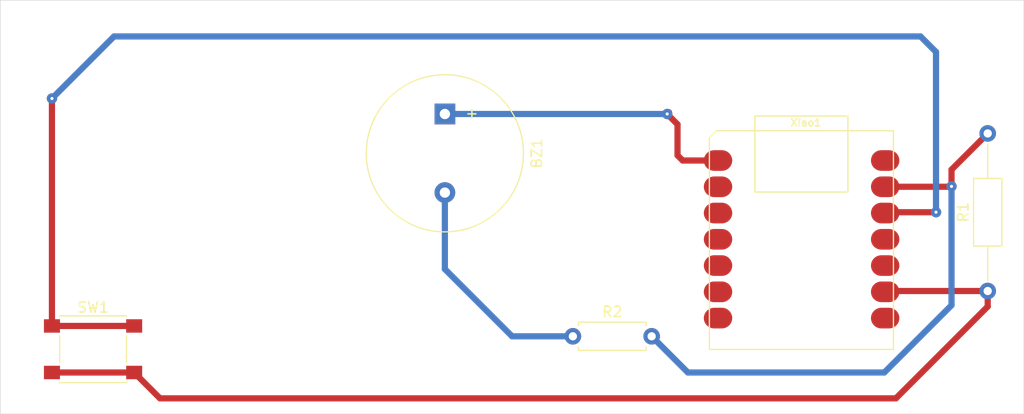
<source format=kicad_pcb>
(kicad_pcb (version 20240108) (generator "pcbnew") (generator_version "8.0")
  (layers (0 "F.Cu" signal) (31 "B.Cu" signal) (34 "B.Paste" user) (35 "F.Paste" user) (36 "B.SilkS" user "B.Silkscreen") (37 "F.SilkS" user "F.Silkscreen") (38 "B.Mask" user) (39 "F.Mask" user) (44 "Edge.Cuts" user))
  (net 0 "")
  (footprint "xiao ESP32S3_PCB:MOUDLE14P-SMD-2.54-21X17.8MM" (layer "F.Cu") (at 167.5825 121.61925)
    (property "Reference" "Xiao1" (at 9.3345 -21.7805 0) (layer "F.SilkS") (effects (font (size 0.7 0.7))))
    (property "Value" "~")
    (fp_line (start 0 -20.3285) (end 0 0.15) (stroke (width 0.127)) (layer "F.SilkS"))
    (fp_line (start 0 0.15) (end 17.8 0.15) (stroke (width 0.127)) (layer "F.SilkS"))
    (fp_line (start 0.671541 -21) (end 0 -20.3285) (stroke (width 0.127)) (layer "F.SilkS"))
    (fp_line (start 4.396 -15.072) (end 4.396 -22.425) (stroke (width 0.127)) (layer "F.SilkS"))
    (fp_line (start 4.4 -22.424) (end 13.395 -22.424) (stroke (width 0.127)) (layer "F.SilkS"))
    (fp_line (start 13.395 -22.424) (end 13.395 -15.072) (stroke (width 0.127)) (layer "F.SilkS"))
    (fp_line (start 13.395 -15.072) (end 4.396 -15.072) (stroke (width 0.127)) (layer "F.SilkS"))
    (fp_line (start 17.8 -21) (end 0.671541 -21) (stroke (width 0.127)) (layer "F.SilkS"))
    (fp_line (start 17.8 0.15) (end 17.8 -21) (stroke (width 0.127)) (layer "F.SilkS"))
    (pad "1" smd roundrect (at 0.835 -18.12) (size 2.75 2) (layers "F.Cu" "F.Paste" "F.Mask") (roundrect_rratio 0.5))
    (pad "2" smd roundrect (at 0.835 -15.58) (size 2.75 2) (layers "F.Cu" "F.Paste" "F.Mask") (roundrect_rratio 0.5))
    (pad "3" smd roundrect (at 0.835 -13.04) (size 2.75 2) (layers "F.Cu" "F.Paste" "F.Mask") (roundrect_rratio 0.5))
    (pad "4" smd roundrect (at 0.835 -10.5) (size 2.75 2) (layers "F.Cu" "F.Paste" "F.Mask") (roundrect_rratio 0.5))
    (pad "5" smd roundrect (at 0.835 -7.96) (size 2.75 2) (layers "F.Cu" "F.Paste" "F.Mask") (roundrect_rratio 0.5))
    (pad "6" smd roundrect (at 0.835 -5.42) (size 2.75 2) (layers "F.Cu" "F.Paste" "F.Mask") (roundrect_rratio 0.5))
    (pad "7" smd roundrect (at 0.835 -2.88) (size 2.75 2) (layers "F.Cu" "F.Paste" "F.Mask") (roundrect_rratio 0.5))
    (pad "8" smd roundrect (at 17 -2.88) (size 2.75 2) (layers "F.Cu" "F.Paste" "F.Mask") (roundrect_rratio 0.5))
    (pad "9" smd roundrect (at 17 -5.42) (size 2.75 2) (layers "F.Cu" "F.Paste" "F.Mask") (roundrect_rratio 0.5))
    (pad "10" smd roundrect (at 17 -7.96) (size 2.75 2) (layers "F.Cu" "F.Paste" "F.Mask") (roundrect_rratio 0.5))
    (pad "11" smd roundrect (at 17 -10.5) (size 2.75 2) (layers "F.Cu" "F.Paste" "F.Mask") (roundrect_rratio 0.5))
    (pad "12" smd roundrect (at 17 -13.04) (size 2.75 2) (layers "F.Cu" "F.Paste" "F.Mask") (roundrect_rratio 0.5))
    (pad "13" smd roundrect (at 17 -15.58) (size 2.75 2) (layers "F.Cu" "F.Paste" "F.Mask") (roundrect_rratio 0.5))
    (pad "14" smd roundrect (at 17 -18.12) (size 2.75 2) (layers "F.Cu" "F.Paste" "F.Mask") (roundrect_rratio 0.5))
  )
  (footprint "Button_Switch_SMD:SW_Push_1P1T_NO_6x6mm_H9.5mm" (layer "F.Cu") (at 107.975 121.75)
    (property "Reference" "SW1" (at 0 -4.05 0) (layer "F.SilkS"))
    (property "Value" "SW_Push")
    (fp_line (start -3.23 -3.23) (end 3.23 -3.23) (stroke (width 0.12)) (layer "F.SilkS"))
    (fp_line (start -3.23 -3.2) (end -3.23 -3.23) (stroke (width 0.12)) (layer "F.SilkS"))
    (fp_line (start -3.23 -1.3) (end -3.23 1.3) (stroke (width 0.12)) (layer "F.SilkS"))
    (fp_line (start -3.23 3.23) (end -3.23 3.2) (stroke (width 0.12)) (layer "F.SilkS"))
    (fp_line (start -3.23 3.23) (end 3.23 3.23) (stroke (width 0.12)) (layer "F.SilkS"))
    (fp_line (start 3.23 -3.23) (end 3.23 -3.2) (stroke (width 0.12)) (layer "F.SilkS"))
    (fp_line (start 3.23 -1.3) (end 3.23 1.3) (stroke (width 0.12)) (layer "F.SilkS"))
    (fp_line (start 3.23 3.23) (end 3.23 3.2) (stroke (width 0.12)) (layer "F.SilkS"))
    (pad "1" smd rect (at -3.975 -2.25) (size 1.55 1.3) (layers "F.Cu" "F.Paste" "F.Mask"))
    (pad "1" smd rect (at 3.975 -2.25) (size 1.55 1.3) (layers "F.Cu" "F.Paste" "F.Mask"))
    (pad "2" smd rect (at -3.975 2.25) (size 1.55 1.3) (layers "F.Cu" "F.Paste" "F.Mask"))
    (pad "2" smd rect (at 3.975 2.25) (size 1.55 1.3) (layers "F.Cu" "F.Paste" "F.Mask"))
  )
  (footprint "Resistor_THT:R_Axial_DIN0207_L6.3mm_D2.5mm_P15.24mm_Horizontal" (layer "F.Cu") (at 194.5 116.12 90)
    (property "Reference" "R1" (at 7.62 -2.37 -90) (layer "F.SilkS"))
    (property "Value" "1k")
    (fp_line (start 10.89 -1.37) (end 4.35 -1.37) (stroke (width 0.12)) (layer "F.SilkS"))
    (fp_line (start 4.35 -1.37) (end 4.35 1.37) (stroke (width 0.12)) (layer "F.SilkS"))
    (fp_line (start 14.2 0) (end 10.89 0) (stroke (width 0.12)) (layer "F.SilkS"))
    (fp_line (start 1.04 0) (end 4.35 0) (stroke (width 0.12)) (layer "F.SilkS"))
    (fp_line (start 10.89 1.37) (end 10.89 -1.37) (stroke (width 0.12)) (layer "F.SilkS"))
    (fp_line (start 4.35 1.37) (end 10.89 1.37) (stroke (width 0.12)) (layer "F.SilkS"))
    (pad "1" thru_hole circle (at 0 0 90) (size 1.6 1.6) (drill 0.8) (layers "*.Cu" "*.Mask"))
    (pad "2" thru_hole oval (at 15.24 0 90) (size 1.6 1.6) (drill 0.8) (layers "*.Cu" "*.Mask"))
  )
  (footprint "Resistor_THT:R_Axial_DIN0207_L6.3mm_D2.5mm_P7.62mm_Horizontal" (layer "F.Cu") (at 154.38 120.5)
    (property "Reference" "R2" (at 3.81 -2.37 0) (layer "F.SilkS"))
    (property "Value" "200")
    (fp_line (start 0.54 -1.37) (end 7.08 -1.37) (stroke (width 0.12)) (layer "F.SilkS"))
    (fp_line (start 0.54 -1.04) (end 0.54 -1.37) (stroke (width 0.12)) (layer "F.SilkS"))
    (fp_line (start 0.54 1.04) (end 0.54 1.37) (stroke (width 0.12)) (layer "F.SilkS"))
    (fp_line (start 0.54 1.37) (end 7.08 1.37) (stroke (width 0.12)) (layer "F.SilkS"))
    (fp_line (start 7.08 -1.37) (end 7.08 -1.04) (stroke (width 0.12)) (layer "F.SilkS"))
    (fp_line (start 7.08 1.37) (end 7.08 1.04) (stroke (width 0.12)) (layer "F.SilkS"))
    (pad "1" thru_hole circle (at 0 0) (size 1.6 1.6) (drill 0.8) (layers "*.Cu" "*.Mask"))
    (pad "2" thru_hole oval (at 7.62 0) (size 1.6 1.6) (drill 0.8) (layers "*.Cu" "*.Mask"))
  )
  (footprint "Buzzer_Beeper:Buzzer_15x7.5RM7.6" (layer "F.Cu") (at 142 99 -90)
    (property "Reference" "BZ1" (at 3.81 -8.89 90) (layer "F.SilkS"))
    (property "Value" "Buzzer")
    (fp_circle (center 3.8 0) (end 11.4 0) (stroke (width 0.12)) (fill none) (layer "F.SilkS"))
    (fp_text user "+" (at -0.01 -2.54 90) (layer "F.SilkS"))
    (pad "1" thru_hole rect (at 0 0 270) (size 2 2) (drill 1) (layers "*.Cu" "*.Mask"))
    (pad "2" thru_hole circle (at 7.6 0 270) (size 2 2) (drill 1) (layers "*.Cu" "*.Mask"))
  )
  (gr_line (start 198 128) (end 198 88) (stroke (width 0.05)) (layer "Edge.Cuts"))
  (gr_line (start 198 128) (end 99 128) (stroke (width 0.05)) (layer "Edge.Cuts"))
  (gr_line (start 99 88) (end 99 128) (stroke (width 0.05)) (layer "Edge.Cuts"))
  (gr_line (start 198 88) (end 99 88) (stroke (width 0.05)) (layer "Edge.Cuts"))
  (segment (start 189.5 108.5) (end 184.66175 108.5) (width 0.6) (layer "F.Cu") (net 0))
  (segment (start 164.99925 103.49925) (end 168.4175 103.49925) (width 0.6) (layer "F.Cu") (net 0))
  (segment (start 194.5 117.62) (end 194.5 116.12) (width 0.6) (layer "F.Cu") (net 0))
  (segment (start 184.66175 108.5) (end 184.5825 108.57925) (width 0.6) (layer "F.Cu") (net 0))
  (segment (start 185.62 126.5) (end 194.5 117.62) (width 0.6) (layer "F.Cu") (net 0))
  (segment (start 163.5 99) (end 163.6715 98.8285) (width 0.6) (layer "F.Cu") (net 0))
  (segment (start 104 124) (end 111.95 124) (width 0.6) (layer "F.Cu") (net 0))
  (segment (start 111.95 124) (end 114.45 126.5) (width 0.6) (layer "F.Cu") (net 0))
  (segment (start 191 106) (end 191 104.38) (width 0.6) (layer "F.Cu") (net 0))
  (segment (start 194.5 116.12) (end 184.66175 116.12) (width 0.6) (layer "F.Cu") (net 0))
  (segment (start 191 106) (end 190.96075 106.03925) (width 0.6) (layer "F.Cu") (net 0))
  (segment (start 190.96075 106.03925) (end 184.5825 106.03925) (width 0.6) (layer "F.Cu") (net 0))
  (segment (start 164.5 103) (end 164.99925 103.49925) (width 0.6) (layer "F.Cu") (net 0))
  (segment (start 163.5 99) (end 164.5 100) (width 0.6) (layer "F.Cu") (net 0))
  (segment (start 104 97.5) (end 104 119.5) (width 0.6) (layer "F.Cu") (net 0))
  (segment (start 164.5 100) (end 164.5 103) (width 0.6) (layer "F.Cu") (net 0))
  (segment (start 191 104.38) (end 194.5 100.88) (width 0.6) (layer "F.Cu") (net 0))
  (segment (start 184.66175 116.12) (end 184.5825 116.19925) (width 0.6) (layer "F.Cu") (net 0))
  (segment (start 114.45 126.5) (end 185.62 126.5) (width 0.6) (layer "F.Cu") (net 0))
  (segment (start 104 119.5) (end 111.95 119.5) (width 0.6) (layer "F.Cu") (net 0))
  (via (at 104 97.5) (size 1) (drill 0.3) (layers "F.Cu" "B.Cu") (net 0))
  (via (at 191 106) (size 1) (drill 0.3) (layers "F.Cu" "B.Cu") (net 0))
  (via (at 163.5 99) (size 1) (drill 0.3) (layers "F.Cu" "B.Cu") (net 0))
  (via (at 189.5 108.5) (size 1) (drill 0.3) (layers "F.Cu" "B.Cu") (net 0))
  (segment (start 104 97.5) (end 110 91.5) (width 0.6) (layer "B.Cu") (net 0))
  (segment (start 184.5 124) (end 165.5 124) (width 0.6) (layer "B.Cu") (net 0))
  (segment (start 165.5 124) (end 162 120.5) (width 0.6) (layer "B.Cu") (net 0))
  (segment (start 191 117.5) (end 184.5 124) (width 0.6) (layer "B.Cu") (net 0))
  (segment (start 142 114) (end 148.5 120.5) (width 0.6) (layer "B.Cu") (net 0))
  (segment (start 110 91.5) (end 188 91.5) (width 0.6) (layer "B.Cu") (net 0))
  (segment (start 148.5 120.5) (end 154.38 120.5) (width 0.6) (layer "B.Cu") (net 0))
  (segment (start 191 106) (end 191 117.5) (width 0.6) (layer "B.Cu") (net 0))
  (segment (start 142 106.6) (end 142 114) (width 0.6) (layer "B.Cu") (net 0))
  (segment (start 163.5 99) (end 142 99) (width 0.6) (layer "B.Cu") (net 0))
  (segment (start 188 91.5) (end 189.5 93) (width 0.6) (layer "B.Cu") (net 0))
  (segment (start 189.5 93) (end 189.5 108.5) (width 0.6) (layer "B.Cu") (net 0))
)
</source>
